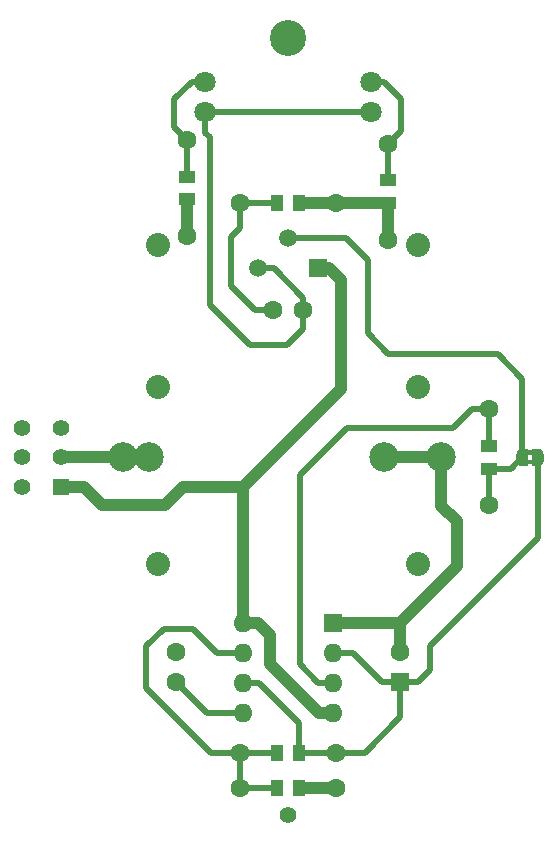
<source format=gbr>
%TF.GenerationSoftware,KiCad,Pcbnew,5.1.9-73d0e3b20d~88~ubuntu20.04.1*%
%TF.CreationDate,2021-08-18T16:36:35+05:30*%
%TF.ProjectId,MAP6,4d415036-2e6b-4696-9361-645f70636258,1*%
%TF.SameCoordinates,Original*%
%TF.FileFunction,Copper,L2,Bot*%
%TF.FilePolarity,Positive*%
%FSLAX46Y46*%
G04 Gerber Fmt 4.6, Leading zero omitted, Abs format (unit mm)*
G04 Created by KiCad (PCBNEW 5.1.9-73d0e3b20d~88~ubuntu20.04.1) date 2021-08-18 16:36:35*
%MOMM*%
%LPD*%
G01*
G04 APERTURE LIST*
%TA.AperFunction,EtchedComponent*%
%ADD10C,0.050800*%
%TD*%
%TA.AperFunction,ComponentPad*%
%ADD11C,1.400000*%
%TD*%
%TA.AperFunction,ComponentPad*%
%ADD12R,1.400000X1.400000*%
%TD*%
%TA.AperFunction,SMDPad,CuDef*%
%ADD13R,1.450000X1.000000*%
%TD*%
%TA.AperFunction,ComponentPad*%
%ADD14C,1.600000*%
%TD*%
%TA.AperFunction,SMDPad,CuDef*%
%ADD15R,1.000000X1.450000*%
%TD*%
%TA.AperFunction,ComponentPad*%
%ADD16R,1.500000X1.500000*%
%TD*%
%TA.AperFunction,ComponentPad*%
%ADD17C,1.500000*%
%TD*%
%TA.AperFunction,ComponentPad*%
%ADD18C,1.800000*%
%TD*%
%TA.AperFunction,ComponentPad*%
%ADD19C,2.500000*%
%TD*%
%TA.AperFunction,ComponentPad*%
%ADD20R,1.600000X1.600000*%
%TD*%
%TA.AperFunction,ComponentPad*%
%ADD21O,1.600000X1.600000*%
%TD*%
%TA.AperFunction,ComponentPad*%
%ADD22C,3.048000*%
%TD*%
%TA.AperFunction,ComponentPad*%
%ADD23C,2.036000*%
%TD*%
%TA.AperFunction,SMDPad,CuDef*%
%ADD24C,0.050800*%
%TD*%
%TA.AperFunction,Conductor*%
%ADD25C,1.000000*%
%TD*%
%TA.AperFunction,Conductor*%
%ADD26C,0.500000*%
%TD*%
G04 APERTURE END LIST*
D10*
%TO.C,JP1*%
G36*
X169250000Y-110400000D02*
G01*
X168750000Y-110400000D01*
X168750000Y-110800000D01*
X169250000Y-110800000D01*
X169250000Y-110400000D01*
G37*
G36*
X169250000Y-111200000D02*
G01*
X168750000Y-111200000D01*
X168750000Y-111600000D01*
X169250000Y-111600000D01*
X169250000Y-111200000D01*
G37*
%TD*%
D11*
%TO.P,SW1,6*%
%TO.N,N/C*%
X125950000Y-108500000D03*
%TO.P,SW1,5*%
X125950000Y-111000000D03*
%TO.P,SW1,4*%
X125950000Y-113500000D03*
%TO.P,SW1,3*%
X129250000Y-108500000D03*
%TO.P,SW1,2*%
%TO.N,Net-(BT1-Pad1)*%
X129250000Y-111000000D03*
D12*
%TO.P,SW1,1*%
%TO.N,/6V*%
X129250000Y-113500000D03*
%TD*%
D13*
%TO.P,R1,2*%
%TO.N,/left_eye*%
X140000000Y-87250000D03*
%TO.P,R1,1*%
%TO.N,/GND*%
X140000000Y-89150000D03*
D14*
%TO.P,R1,2*%
%TO.N,/left_eye*%
X140000000Y-84136000D03*
%TO.P,R1,1*%
%TO.N,/GND*%
X140000000Y-92264000D03*
%TD*%
D13*
%TO.P,R2,2*%
%TO.N,/right_eye*%
X157000000Y-87550000D03*
%TO.P,R2,1*%
%TO.N,/GND*%
X157000000Y-89450000D03*
D14*
%TO.P,R2,2*%
%TO.N,/right_eye*%
X157000000Y-84436000D03*
%TO.P,R2,1*%
%TO.N,/GND*%
X157000000Y-92564000D03*
%TD*%
D15*
%TO.P,R3,2*%
%TO.N,/motor*%
X147550000Y-89500000D03*
%TO.P,R3,1*%
%TO.N,/GND*%
X149450000Y-89500000D03*
D14*
%TO.P,R3,2*%
%TO.N,/motor*%
X144436000Y-89500000D03*
%TO.P,R3,1*%
%TO.N,/GND*%
X152564000Y-89500000D03*
%TD*%
D15*
%TO.P,R4,2*%
%TO.N,/6V*%
X149450000Y-139000000D03*
%TO.P,R4,1*%
%TO.N,Net-(R4-Pad1)*%
X147550000Y-139000000D03*
D14*
%TO.P,R4,2*%
%TO.N,/6V*%
X152564000Y-139000000D03*
%TO.P,R4,1*%
%TO.N,Net-(R4-Pad1)*%
X144436000Y-139000000D03*
%TD*%
D13*
%TO.P,R5,2*%
%TO.N,Net-(R5-Pad2)*%
X165500000Y-110050000D03*
%TO.P,R5,1*%
%TO.N,Net-(JP1-Pad2)*%
X165500000Y-111950000D03*
D14*
%TO.P,R5,2*%
%TO.N,Net-(R5-Pad2)*%
X165500000Y-106936000D03*
%TO.P,R5,1*%
%TO.N,Net-(JP1-Pad2)*%
X165500000Y-115064000D03*
%TD*%
D15*
%TO.P,R6,2*%
%TO.N,Net-(R4-Pad1)*%
X147550000Y-136000000D03*
%TO.P,R6,1*%
%TO.N,Net-(C1-Pad1)*%
X149450000Y-136000000D03*
D14*
%TO.P,R6,2*%
%TO.N,Net-(R4-Pad1)*%
X144436000Y-136000000D03*
%TO.P,R6,1*%
%TO.N,Net-(C1-Pad1)*%
X152564000Y-136000000D03*
%TD*%
D16*
%TO.P,Q1,1*%
%TO.N,/6V*%
X151040000Y-95000000D03*
D17*
%TO.P,Q1,3*%
%TO.N,Net-(D1-Pad1)*%
X145960000Y-95000000D03*
%TO.P,Q1,2*%
%TO.N,Net-(JP1-Pad2)*%
X148500000Y-92460000D03*
%TD*%
D18*
%TO.P,D2,1*%
%TO.N,Net-(D1-Pad1)*%
X155500000Y-81770000D03*
%TO.P,D2,2*%
%TO.N,/right_eye*%
X155500000Y-79230000D03*
%TD*%
%TO.P,D1,1*%
%TO.N,Net-(D1-Pad1)*%
X141500000Y-81770000D03*
%TO.P,D1,2*%
%TO.N,/left_eye*%
X141500000Y-79230000D03*
%TD*%
D19*
%TO.P,BT1,2*%
%TO.N,/GND*%
X161500000Y-111000000D03*
%TO.P,BT1,1*%
%TO.N,Net-(BT1-Pad1)*%
X134500000Y-111000000D03*
X136700000Y-111000000D03*
%TO.P,BT1,2*%
%TO.N,/GND*%
X156600000Y-111000000D03*
%TD*%
D14*
%TO.P,C1,2*%
%TO.N,/GND*%
X158000000Y-127500000D03*
D20*
%TO.P,C1,1*%
%TO.N,Net-(C1-Pad1)*%
X158000000Y-130000000D03*
%TD*%
D14*
%TO.P,C2,2*%
%TO.N,/GND*%
X139000000Y-127500000D03*
%TO.P,C2,1*%
%TO.N,Net-(C2-Pad1)*%
X139000000Y-130000000D03*
%TD*%
D21*
%TO.P,U1,8*%
%TO.N,/6V*%
X144690000Y-125000000D03*
%TO.P,U1,4*%
X152310000Y-132620000D03*
%TO.P,U1,7*%
%TO.N,Net-(R4-Pad1)*%
X144690000Y-127540000D03*
%TO.P,U1,3*%
%TO.N,Net-(R5-Pad2)*%
X152310000Y-130080000D03*
%TO.P,U1,6*%
%TO.N,Net-(C1-Pad1)*%
X144690000Y-130080000D03*
%TO.P,U1,2*%
X152310000Y-127540000D03*
%TO.P,U1,5*%
%TO.N,Net-(C2-Pad1)*%
X144690000Y-132620000D03*
D20*
%TO.P,U1,1*%
%TO.N,/GND*%
X152310000Y-125000000D03*
%TD*%
D22*
%TO.P,P2,1*%
%TO.N,N/C*%
X148500000Y-75500000D03*
%TD*%
D23*
%TO.P,P3,1*%
%TO.N,N/C*%
X137500000Y-120000000D03*
%TD*%
%TO.P,P4,1*%
%TO.N,N/C*%
X137500000Y-93000000D03*
%TD*%
%TO.P,P5,1*%
%TO.N,N/C*%
X159500000Y-120000000D03*
%TD*%
%TO.P,P6,1*%
%TO.N,N/C*%
X159500000Y-93000000D03*
%TD*%
%TO.P,P7,1*%
%TO.N,N/C*%
X137500000Y-105000000D03*
%TD*%
%TO.P,P8,1*%
%TO.N,N/C*%
X159500000Y-105000000D03*
%TD*%
%TA.AperFunction,SMDPad,CuDef*%
D24*
%TO.P,JP1,1*%
%TO.N,Net-(C1-Pad1)*%
G36*
X169150000Y-110250000D02*
G01*
X169650000Y-110250000D01*
X169650000Y-110250602D01*
X169674534Y-110250602D01*
X169723365Y-110255412D01*
X169771490Y-110264984D01*
X169818445Y-110279228D01*
X169863778Y-110298005D01*
X169907051Y-110321136D01*
X169947850Y-110348396D01*
X169985779Y-110379524D01*
X170020476Y-110414221D01*
X170051604Y-110452150D01*
X170078864Y-110492949D01*
X170101995Y-110536222D01*
X170120772Y-110581555D01*
X170135016Y-110628510D01*
X170144588Y-110676635D01*
X170149398Y-110725466D01*
X170149398Y-110750000D01*
X170150000Y-110750000D01*
X170150000Y-111250000D01*
X170149398Y-111250000D01*
X170149398Y-111274534D01*
X170144588Y-111323365D01*
X170135016Y-111371490D01*
X170120772Y-111418445D01*
X170101995Y-111463778D01*
X170078864Y-111507051D01*
X170051604Y-111547850D01*
X170020476Y-111585779D01*
X169985779Y-111620476D01*
X169947850Y-111651604D01*
X169907051Y-111678864D01*
X169863778Y-111701995D01*
X169818445Y-111720772D01*
X169771490Y-111735016D01*
X169723365Y-111744588D01*
X169674534Y-111749398D01*
X169650000Y-111749398D01*
X169650000Y-111750000D01*
X169150000Y-111750000D01*
X169150000Y-110250000D01*
G37*
%TD.AperFunction*%
%TA.AperFunction,SMDPad,CuDef*%
%TO.P,JP1,2*%
%TO.N,Net-(JP1-Pad2)*%
G36*
X168350000Y-111749398D02*
G01*
X168325466Y-111749398D01*
X168276635Y-111744588D01*
X168228510Y-111735016D01*
X168181555Y-111720772D01*
X168136222Y-111701995D01*
X168092949Y-111678864D01*
X168052150Y-111651604D01*
X168014221Y-111620476D01*
X167979524Y-111585779D01*
X167948396Y-111547850D01*
X167921136Y-111507051D01*
X167898005Y-111463778D01*
X167879228Y-111418445D01*
X167864984Y-111371490D01*
X167855412Y-111323365D01*
X167850602Y-111274534D01*
X167850602Y-111250000D01*
X167850000Y-111250000D01*
X167850000Y-110750000D01*
X167850602Y-110750000D01*
X167850602Y-110725466D01*
X167855412Y-110676635D01*
X167864984Y-110628510D01*
X167879228Y-110581555D01*
X167898005Y-110536222D01*
X167921136Y-110492949D01*
X167948396Y-110452150D01*
X167979524Y-110414221D01*
X168014221Y-110379524D01*
X168052150Y-110348396D01*
X168092949Y-110321136D01*
X168136222Y-110298005D01*
X168181555Y-110279228D01*
X168228510Y-110264984D01*
X168276635Y-110255412D01*
X168325466Y-110250602D01*
X168350000Y-110250602D01*
X168350000Y-110250000D01*
X168850000Y-110250000D01*
X168850000Y-111750000D01*
X168350000Y-111750000D01*
X168350000Y-111749398D01*
G37*
%TD.AperFunction*%
%TD*%
D14*
%TO.P,M1,1*%
%TO.N,Net-(D1-Pad1)*%
X149770000Y-98500000D03*
%TO.P,M1,2*%
%TO.N,/motor*%
X147230000Y-98500000D03*
%TD*%
D11*
%TO.P,P9,1*%
%TO.N,N/C*%
X148500000Y-141250000D03*
%TD*%
D25*
%TO.N,/GND*%
X157000000Y-89450000D02*
X157000000Y-92564000D01*
X152614000Y-89450000D02*
X152564000Y-89500000D01*
X157000000Y-89450000D02*
X152614000Y-89450000D01*
X152564000Y-89500000D02*
X149450000Y-89500000D01*
X140000000Y-92264000D02*
X140000000Y-89150000D01*
X161500000Y-111000000D02*
X156600000Y-111000000D01*
X158000000Y-125000000D02*
X158000000Y-127500000D01*
X152310000Y-125000000D02*
X158000000Y-125000000D01*
X161500000Y-115100000D02*
X161500000Y-111000000D01*
X162800000Y-116400000D02*
X161500000Y-115100000D01*
X162800000Y-120200000D02*
X162800000Y-116400000D01*
X158000000Y-125000000D02*
X162800000Y-120200000D01*
D26*
%TO.N,/motor*%
X144436000Y-89500000D02*
X147550000Y-89500000D01*
X147230000Y-98500000D02*
X145700000Y-98500000D01*
X145700000Y-98500000D02*
X143700000Y-96500000D01*
X143700000Y-96500000D02*
X143700000Y-92300000D01*
X144436000Y-91564000D02*
X144436000Y-89500000D01*
X143700000Y-92300000D02*
X144436000Y-91564000D01*
D25*
%TO.N,Net-(BT1-Pad1)*%
X136700000Y-111000000D02*
X134500000Y-111000000D01*
X134500000Y-111000000D02*
X129250000Y-111000000D01*
D26*
%TO.N,Net-(C1-Pad1)*%
X158000000Y-130000000D02*
X156500000Y-130000000D01*
X154040000Y-127540000D02*
X152310000Y-127540000D01*
X156500000Y-130000000D02*
X154040000Y-127540000D01*
X149450000Y-136000000D02*
X152564000Y-136000000D01*
X144690000Y-130080000D02*
X146080000Y-130080000D01*
X149450000Y-133450000D02*
X149450000Y-136000000D01*
X146080000Y-130080000D02*
X149450000Y-133450000D01*
X158000000Y-130000000D02*
X158000000Y-133000000D01*
X155000000Y-136000000D02*
X152564000Y-136000000D01*
X158000000Y-133000000D02*
X155000000Y-136000000D01*
X159500000Y-130000000D02*
X158000000Y-130000000D01*
X169650000Y-117850000D02*
X160500000Y-127000000D01*
X160500000Y-129000000D02*
X159500000Y-130000000D01*
X160500000Y-127000000D02*
X160500000Y-129000000D01*
X169650000Y-111000000D02*
X169650000Y-117850000D01*
%TO.N,Net-(C2-Pad1)*%
X141620000Y-132620000D02*
X139000000Y-130000000D01*
X144690000Y-132620000D02*
X141620000Y-132620000D01*
%TO.N,Net-(D1-Pad1)*%
X141500000Y-81770000D02*
X155500000Y-81770000D01*
X149770000Y-98500000D02*
X149770000Y-97470000D01*
X149770000Y-98500000D02*
X149770000Y-100130000D01*
X149770000Y-100130000D02*
X148400000Y-101500000D01*
X148400000Y-101500000D02*
X145300000Y-101500000D01*
X145300000Y-101500000D02*
X141900000Y-98100000D01*
X141900000Y-98100000D02*
X141900000Y-83900000D01*
X141500000Y-83500000D02*
X141500000Y-81770000D01*
X141900000Y-83900000D02*
X141500000Y-83500000D01*
X147300000Y-95000000D02*
X149770000Y-97470000D01*
X145960000Y-95000000D02*
X147300000Y-95000000D01*
%TO.N,Net-(JP1-Pad2)*%
X165500000Y-115064000D02*
X165500000Y-111950000D01*
X167400000Y-111950000D02*
X168350000Y-111000000D01*
X165500000Y-111950000D02*
X167400000Y-111950000D01*
X153460000Y-92460000D02*
X148500000Y-92460000D01*
X155250000Y-94250000D02*
X153460000Y-92460000D01*
X155250000Y-100500000D02*
X155250000Y-94250000D01*
X157000000Y-102250000D02*
X155250000Y-100500000D01*
X166250000Y-102250000D02*
X157000000Y-102250000D01*
X168350000Y-104350000D02*
X166250000Y-102250000D01*
X168350000Y-111000000D02*
X168350000Y-104350000D01*
D25*
%TO.N,/6V*%
X149450000Y-139000000D02*
X152564000Y-139000000D01*
X151120000Y-132620000D02*
X152310000Y-132620000D01*
X147000000Y-128500000D02*
X151120000Y-132620000D01*
X147000000Y-126000000D02*
X147000000Y-128500000D01*
X146000000Y-125000000D02*
X147000000Y-126000000D01*
X144690000Y-125000000D02*
X146000000Y-125000000D01*
X144690000Y-113510000D02*
X144700000Y-113500000D01*
X144690000Y-125000000D02*
X144690000Y-113510000D01*
X153000000Y-105200000D02*
X144700000Y-113500000D01*
X153000000Y-96000000D02*
X153000000Y-105200000D01*
X152000000Y-95000000D02*
X153000000Y-96000000D01*
X151040000Y-95000000D02*
X152000000Y-95000000D01*
X138100000Y-115000000D02*
X139600000Y-113500000D01*
X144700000Y-113500000D02*
X139600000Y-113500000D01*
X129250000Y-113500000D02*
X131250000Y-113500000D01*
X132750000Y-115000000D02*
X138100000Y-115000000D01*
X131250000Y-113500000D02*
X132750000Y-115000000D01*
D26*
%TO.N,Net-(R4-Pad1)*%
X147550000Y-136000000D02*
X144436000Y-136000000D01*
X147550000Y-139000000D02*
X144436000Y-139000000D01*
X144436000Y-139000000D02*
X144436000Y-136000000D01*
X144690000Y-127540000D02*
X142540000Y-127540000D01*
X142540000Y-127540000D02*
X140500000Y-125500000D01*
X140500000Y-125500000D02*
X138000000Y-125500000D01*
X138000000Y-125500000D02*
X136500000Y-127000000D01*
X136500000Y-127000000D02*
X136500000Y-130500000D01*
X142000000Y-136000000D02*
X144436000Y-136000000D01*
X136500000Y-130500000D02*
X142000000Y-136000000D01*
%TO.N,Net-(R5-Pad2)*%
X165500000Y-106936000D02*
X165500000Y-110050000D01*
X151080000Y-130080000D02*
X152310000Y-130080000D01*
X149500000Y-128500000D02*
X151080000Y-130080000D01*
X149500000Y-112500000D02*
X149500000Y-128500000D01*
X153500000Y-108500000D02*
X149500000Y-112500000D01*
X162500000Y-108500000D02*
X153500000Y-108500000D01*
X164064000Y-106936000D02*
X162500000Y-108500000D01*
X165500000Y-106936000D02*
X164064000Y-106936000D01*
%TO.N,/left_eye*%
X140000000Y-84136000D02*
X138900000Y-83036000D01*
X138900000Y-83036000D02*
X138900000Y-80700000D01*
X140370000Y-79230000D02*
X141500000Y-79230000D01*
X138900000Y-80700000D02*
X140370000Y-79230000D01*
X140000000Y-84136000D02*
X140000000Y-87250000D01*
%TO.N,/right_eye*%
X156630000Y-79230000D02*
X155500000Y-79230000D01*
X158100000Y-80700000D02*
X156630000Y-79230000D01*
X158100000Y-83336000D02*
X158100000Y-80700000D01*
X157000000Y-84436000D02*
X158100000Y-83336000D01*
X157000000Y-84436000D02*
X157000000Y-87550000D01*
%TD*%
M02*

</source>
